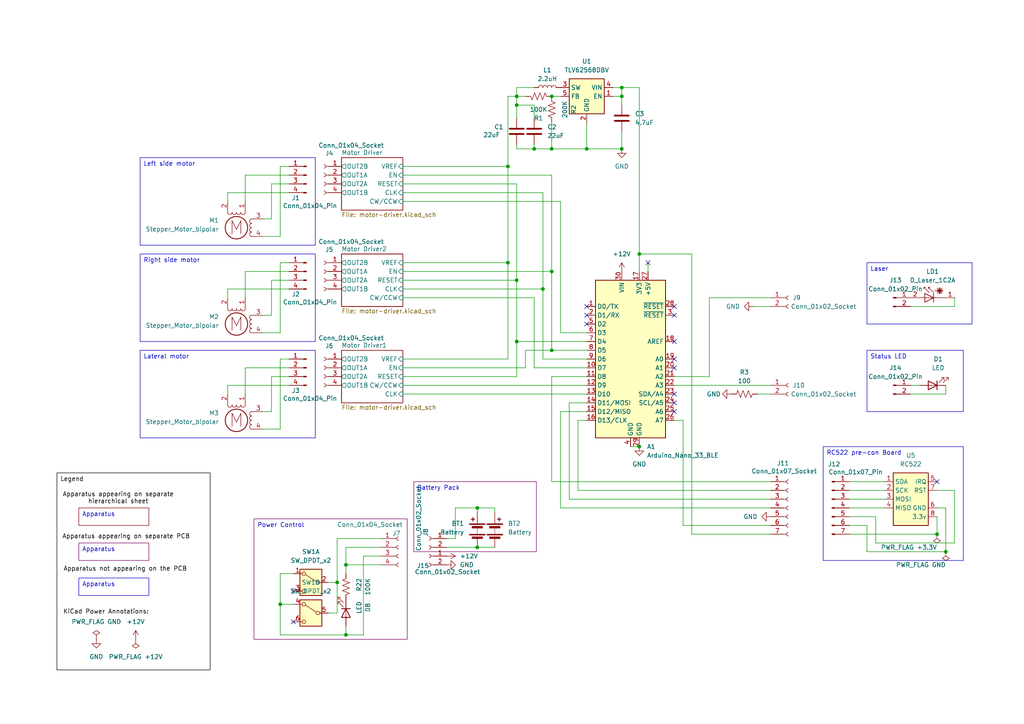
<source format=kicad_sch>
(kicad_sch (version 20231120) (generator "eeschema") (generator_version "8.0")
  (paper "A4")
  (title_block (title "Device Schematic") (date "2024-08-27") (rev "1") (company "Renegade Labs, INC") (comment 1 "San Diego, CA"))
  (lib_symbols
    (symbol "Connector:Conn_01x02_Pin" (pin_names (offset 1.016) hide)
      (property "Reference" "J" (at 0 2.54 0))
      (property "Value" "Conn_01x02_Pin" (at 0 -5.08 0))
      (symbol "Conn_01x02_Pin_1_1"
        (polyline (pts (xy 1.27 -2.54) (xy 0.8636 -2.54)) (stroke (width 0.1524)))
        (polyline (pts (xy 1.27 0) (xy 0.8636 0)) (stroke (width 0.1524)))
        (rectangle (start 0.8636 -2.413) (end 0 -2.667) (stroke (width 0.1524)) (fill (type outline)))
        (rectangle (start 0.8636 0.127) (end 0 -0.127) (stroke (width 0.1524)) (fill (type outline)))
        (pin passive line (at 5.08 0 180) (length 3.81) (name "Pin_1") (number "1"))
        (pin passive line (at 5.08 -2.54 180) (length 3.81) (name "Pin_2") (number "2"))
      )
    )
    (symbol "Connector:Conn_01x02_Socket" (pin_names (offset 1.016) hide)
      (property "Reference" "J" (at 0 2.54 0))
      (property "Value" "Conn_01x02_Socket" (at 0 -5.08 0))
      (symbol "Conn_01x02_Socket_1_1"
        (arc (start 0 -2.032) (mid -0.5058 -2.54) (end 0 -3.048) (stroke (width 0.1524)))
        (polyline (pts (xy -1.27 -2.54) (xy -0.508 -2.54)) (stroke (width 0.1524)))
        (polyline (pts (xy -1.27 0) (xy -0.508 0)) (stroke (width 0.1524)))
        (arc (start 0 0.508) (mid -0.5058 0) (end 0 -0.508) (stroke (width 0.1524)))
        (pin passive line (at -5.08 0 0) (length 3.81) (name "Pin_1") (number "1"))
        (pin passive line (at -5.08 -2.54 0) (length 3.81) (name "Pin_2") (number "2"))
      )
    )
    (symbol "Connector:Conn_01x04_Pin" (pin_names (offset 1.016) hide)
      (property "Reference" "J" (at 0 5.08 0))
      (property "Value" "Conn_01x04_Pin" (at 0 -7.62 0))
      (symbol "Conn_01x04_Pin_1_1"
        (polyline (pts (xy 1.27 -5.08) (xy 0.8636 -5.08)) (stroke (width 0.1524)))
        (polyline (pts (xy 1.27 -2.54) (xy 0.8636 -2.54)) (stroke (width 0.1524)))
        (polyline (pts (xy 1.27 0) (xy 0.8636 0)) (stroke (width 0.1524)))
        (polyline (pts (xy 1.27 2.54) (xy 0.8636 2.54)) (stroke (width 0.1524)))
        (rectangle (start 0.8636 -4.953) (end 0 -5.207) (stroke (width 0.1524)) (fill (type outline)))
        (rectangle (start 0.8636 -2.413) (end 0 -2.667) (stroke (width 0.1524)) (fill (type outline)))
        (rectangle (start 0.8636 0.127) (end 0 -0.127) (stroke (width 0.1524)) (fill (type outline)))
        (rectangle (start 0.8636 2.667) (end 0 2.413) (stroke (width 0.1524)) (fill (type outline)))
        (pin passive line (at 5.08 2.54 180) (length 3.81) (name "Pin_1") (number "1"))
        (pin passive line (at 5.08 0 180) (length 3.81) (name "Pin_2") (number "2"))
        (pin passive line (at 5.08 -2.54 180) (length 3.81) (name "Pin_3") (number "3"))
        (pin passive line (at 5.08 -5.08 180) (length 3.81) (name "Pin_4") (number "4"))
      )
    )
    (symbol "Connector:Conn_01x04_Socket" (pin_names (offset 1.016) hide)
      (property "Reference" "J" (at 0 5.08 0))
      (property "Value" "Conn_01x04_Socket" (at 0 -7.62 0))
      (symbol "Conn_01x04_Socket_1_1"
        (arc (start 0 -4.572) (mid -0.5058 -5.08) (end 0 -5.588) (stroke (width 0.1524)))
        (arc (start 0 -2.032) (mid -0.5058 -2.54) (end 0 -3.048) (stroke (width 0.1524)))
        (polyline (pts (xy -1.27 -5.08) (xy -0.508 -5.08)) (stroke (width 0.1524)))
        (polyline (pts (xy -1.27 -2.54) (xy -0.508 -2.54)) (stroke (width 0.1524)))
        (polyline (pts (xy -1.27 0) (xy -0.508 0)) (stroke (width 0.1524)))
        (polyline (pts (xy -1.27 2.54) (xy -0.508 2.54)) (stroke (width 0.1524)))
        (arc (start 0 0.508) (mid -0.5058 0) (end 0 -0.508) (stroke (width 0.1524)))
        (arc (start 0 3.048) (mid -0.5058 2.54) (end 0 2.032) (stroke (width 0.1524)))
        (pin passive line (at -5.08 2.54 0) (length 3.81) (name "Pin_1") (number "1"))
        (pin passive line (at -5.08 0 0) (length 3.81) (name "Pin_2") (number "2"))
        (pin passive line (at -5.08 -2.54 0) (length 3.81) (name "Pin_3") (number "3"))
        (pin passive line (at -5.08 -5.08 0) (length 3.81) (name "Pin_4") (number "4"))
      )
    )
    (symbol "Connector:Conn_01x07_Pin" (pin_names (offset 1.016) hide)
      (property "Reference" "J" (at 0 10.16 0))
      (property "Value" "Conn_01x07_Pin" (at 0 -10.16 0))
      (symbol "Conn_01x07_Pin_1_1"
        (polyline (pts (xy 1.27 -7.62) (xy 0.8636 -7.62)) (stroke (width 0.1524)))
        (polyline (pts (xy 1.27 -5.08) (xy 0.8636 -5.08)) (stroke (width 0.1524)))
        (polyline (pts (xy 1.27 -2.54) (xy 0.8636 -2.54)) (stroke (width 0.1524)))
        (polyline (pts (xy 1.27 0) (xy 0.8636 0)) (stroke (width 0.1524)))
        (polyline (pts (xy 1.27 2.54) (xy 0.8636 2.54)) (stroke (width 0.1524)))
        (polyline (pts (xy 1.27 5.08) (xy 0.8636 5.08)) (stroke (width 0.1524)))
        (polyline (pts (xy 1.27 7.62) (xy 0.8636 7.62)) (stroke (width 0.1524)))
        (rectangle (start 0.8636 -7.493) (end 0 -7.747) (stroke (width 0.1524)) (fill (type outline)))
        (rectangle (start 0.8636 -4.953) (end 0 -5.207) (stroke (width 0.1524)) (fill (type outline)))
        (rectangle (start 0.8636 -2.413) (end 0 -2.667) (stroke (width 0.1524)) (fill (type outline)))
        (rectangle (start 0.8636 0.127) (end 0 -0.127) (stroke (width 0.1524)) (fill (type outline)))
        (rectangle (start 0.8636 2.667) (end 0 2.413) (stroke (width 0.1524)) (fill (type outline)))
        (rectangle (start 0.8636 5.207) (end 0 4.953) (stroke (width 0.1524)) (fill (type outline)))
        (rectangle (start 0.8636 7.747) (end 0 7.493) (stroke (width 0.1524)) (fill (type outline)))
        (pin passive line (at 5.08 7.62 180) (length 3.81) (name "Pin_1") (number "1"))
        (pin passive line (at 5.08 5.08 180) (length 3.81) (name "Pin_2") (number "2"))
        (pin passive line (at 5.08 2.54 180) (length 3.81) (name "Pin_3") (number "3"))
        (pin passive line (at 5.08 0 180) (length 3.81) (name "Pin_4") (number "4"))
        (pin passive line (at 5.08 -2.54 180) (length 3.81) (name "Pin_5") (number "5"))
        (pin passive line (at 5.08 -5.08 180) (length 3.81) (name "Pin_6") (number "6"))
        (pin passive line (at 5.08 -7.62 180) (length 3.81) (name "Pin_7") (number "7"))
      )
    )
    (symbol "Connector:Conn_01x07_Socket" (pin_names (offset 1.016) hide)
      (property "Reference" "J" (at 0 10.16 0))
      (property "Value" "Conn_01x07_Socket" (at 0 -10.16 0))
      (symbol "Conn_01x07_Socket_1_1"
        (arc (start 0 -7.112) (mid -0.5058 -7.62) (end 0 -8.128) (stroke (width 0.1524)))
        (arc (start 0 -4.572) (mid -0.5058 -5.08) (end 0 -5.588) (stroke (width 0.1524)))
        (arc (start 0 -2.032) (mid -0.5058 -2.54) (end 0 -3.048) (stroke (width 0.1524)))
        (polyline (pts (xy -1.27 -7.62) (xy -0.508 -7.62)) (stroke (width 0.1524)))
        (polyline (pts (xy -1.27 -5.08) (xy -0.508 -5.08)) (stroke (width 0.1524)))
        (polyline (pts (xy -1.27 -2.54) (xy -0.508 -2.54)) (stroke (width 0.1524)))
        (polyline (pts (xy -1.27 0) (xy -0.508 0)) (stroke (width 0.1524)))
        (polyline (pts (xy -1.27 2.54) (xy -0.508 2.54)) (stroke (width 0.1524)))
        (polyline (pts (xy -1.27 5.08) (xy -0.508 5.08)) (stroke (width 0.1524)))
        (polyline (pts (xy -1.27 7.62) (xy -0.508 7.62)) (stroke (width 0.1524)))
        (arc (start 0 0.508) (mid -0.5058 0) (end 0 -0.508) (stroke (width 0.1524)))
        (arc (start 0 3.048) (mid -0.5058 2.54) (end 0 2.032) (stroke (width 0.1524)))
        (arc (start 0 5.588) (mid -0.5058 5.08) (end 0 4.572) (stroke (width 0.1524)))
        (arc (start 0 8.128) (mid -0.5058 7.62) (end 0 7.112) (stroke (width 0.1524)))
        (pin passive line (at -5.08 7.62 0) (length 3.81) (name "Pin_1") (number "1"))
        (pin passive line (at -5.08 5.08 0) (length 3.81) (name "Pin_2") (number "2"))
        (pin passive line (at -5.08 2.54 0) (length 3.81) (name "Pin_3") (number "3"))
        (pin passive line (at -5.08 0 0) (length 3.81) (name "Pin_4") (number "4"))
        (pin passive line (at -5.08 -2.54 0) (length 3.81) (name "Pin_5") (number "5"))
        (pin passive line (at -5.08 -5.08 0) (length 3.81) (name "Pin_6") (number "6"))
        (pin passive line (at -5.08 -7.62 0) (length 3.81) (name "Pin_7") (number "7"))
      )
    )
    (symbol "Device:Battery" (pin_numbers hide) (pin_names (offset 0) hide)
      (property "Reference" "BT" (at 2.54 2.54 0))
      (property "Value" "Battery" (at 2.54 0 0))
      (symbol "Battery_0_1"
        (rectangle (start -2.286 -1.27) (end 2.286 -1.524) (fill (type outline)))
        (rectangle (start -2.286 1.778) (end 2.286 1.524) (fill (type outline)))
        (rectangle (start -1.524 -2.032) (end 1.524 -2.54) (fill (type outline)))
        (rectangle (start -1.524 1.016) (end 1.524 0.508) (fill (type outline)))
        (polyline (pts (xy 0 -1.016) (xy 0 -0.762)))
        (polyline (pts (xy 0 -0.508) (xy 0 -0.254)))
        (polyline (pts (xy 0 0) (xy 0 0.254)))
        (polyline (pts (xy 0 1.778) (xy 0 2.54)))
        (polyline (pts (xy 0.762 3.048) (xy 1.778 3.048)) (stroke (width 0.254)))
        (polyline (pts (xy 1.27 3.556) (xy 1.27 2.54)) (stroke (width 0.254)))
      )
      (symbol "Battery_1_1"
        (pin passive line (at 0 5.08 270) (length 2.54) (name "+") (number "1"))
        (pin passive line (at 0 -5.08 90) (length 2.54) (name "-") (number "2"))
      )
    )
    (symbol "Device:C" (pin_numbers hide) (pin_names (offset 0.254))
      (property "Reference" "C" (at 0.635 2.54 0))
      (property "Value" "C" (at 0.635 -2.54 0))
      (symbol "C_0_1"
        (polyline (pts (xy -2.032 -0.762) (xy 2.032 -0.762)) (stroke (width 0.508)))
        (polyline (pts (xy -2.032 0.762) (xy 2.032 0.762)) (stroke (width 0.508)))
      )
      (symbol "C_1_1"
        (pin passive line (at 0 3.81 270) (length 2.794) (name "~") (number "1"))
        (pin passive line (at 0 -3.81 90) (length 2.794) (name "~") (number "2"))
      )
    )
    (symbol "Device:D_Laser_1C2A" (pin_names (offset 1.016) hide)
      (property "Reference" "LD" (at -1.27 4.445 0))
      (property "Value" "D_Laser_1C2A" (at -1.27 -2.54 0))
      (symbol "D_Laser_1C2A_0_1"
        (polyline (pts (xy -4.064 1.27) (xy -2.54 2.794)))
        (polyline (pts (xy -4.064 1.778) (xy -2.54 2.286)))
        (polyline (pts (xy -4.064 2.286) (xy -2.54 1.778)))
        (polyline (pts (xy -4.064 2.794) (xy -2.54 1.27)))
        (polyline (pts (xy -3.556 2.794) (xy -3.048 1.27)))
        (polyline (pts (xy -3.302 2.032) (xy -3.302 1.016)))
        (polyline (pts (xy -3.302 2.032) (xy -3.302 3.048)))
        (polyline (pts (xy -3.048 2.794) (xy -3.556 1.27)))
        (polyline (pts (xy -1.778 2.032) (xy -4.318 2.032)))
        (polyline (pts (xy -1.524 1.27) (xy -1.524 -1.27)) (stroke (width 0.2032)))
        (polyline (pts (xy 1.27 3.048) (xy 0.762 3.048)))
        (polyline (pts (xy 2.54 0) (xy -5.08 0)))
        (polyline (pts (xy -0.254 1.524) (xy 1.27 3.048) (xy 1.27 2.54)))
        (polyline (pts (xy 1.016 1.27) (xy 1.016 -1.27) (xy -1.524 0) (xy 1.016 1.27)) (stroke (width 0.2032)))
        (polyline (pts (xy -1.524 1.524) (xy 0 3.048) (xy 0 2.54) (xy 0 3.048) (xy -0.508 3.048)))
      )
      (symbol "D_Laser_1C2A_1_1"
        (pin passive line (at -7.62 0 0) (length 2.54) (name "K") (number "1"))
        (pin passive line (at 5.08 0 180) (length 2.54) (name "A") (number "2"))
      )
    )
    (symbol "Device:L" (pin_numbers hide) (pin_names (offset 1.016) hide)
      (property "Reference" "L" (at -1.27 0 90))
      (property "Value" "L" (at 1.905 0 90))
      (symbol "L_0_1"
        (arc (start 0 -2.54) (mid 0.6323 -1.905) (end 0 -1.27))
        (arc (start 0 -1.27) (mid 0.6323 -0.635) (end 0 0))
        (arc (start 0 0) (mid 0.6323 0.635) (end 0 1.27))
        (arc (start 0 1.27) (mid 0.6323 1.905) (end 0 2.54))
      )
      (symbol "L_1_1"
        (pin passive line (at 0 3.81 270) (length 1.27) (name "1") (number "1"))
        (pin passive line (at 0 -3.81 90) (length 1.27) (name "2") (number "2"))
      )
    )
    (symbol "Device:LED" (pin_numbers hide) (pin_names (offset 1.016) hide)
      (property "Reference" "D" (at 0 2.54 0))
      (property "Value" "LED" (at 0 -2.54 0))
      (symbol "LED_0_1"
        (polyline (pts (xy -1.27 -1.27) (xy -1.27 1.27)) (stroke (width 0.254)))
        (polyline (pts (xy -1.27 0) (xy 1.27 0)))
        (polyline (pts (xy 1.27 -1.27) (xy 1.27 1.27) (xy -1.27 0) (xy 1.27 -1.27)) (stroke (width 0.254)))
        (polyline (pts (xy -3.048 -0.762) (xy -4.572 -2.286) (xy -3.81 -2.286) (xy -4.572 -2.286) (xy -4.572 -1.524)))
        (polyline (pts (xy -1.778 -0.762) (xy -3.302 -2.286) (xy -2.54 -2.286) (xy -3.302 -2.286) (xy -3.302 -1.524)))
      )
      (symbol "LED_1_1"
        (pin passive line (at -3.81 0 0) (length 2.54) (name "K") (number "1"))
        (pin passive line (at 3.81 0 180) (length 2.54) (name "A") (number "2"))
      )
    )
    (symbol "Device:R_US" (pin_numbers hide) (pin_names (offset 0))
      (property "Reference" "R" (at 2.54 0 90))
      (property "Value" "R_US" (at -2.54 0 90))
      (symbol "R_US_0_1"
        (polyline (pts (xy 0 -2.286) (xy 0 -2.54)))
        (polyline (pts (xy 0 2.286) (xy 0 2.54)))
        (polyline (pts (xy 0 -0.762) (xy 1.016 -1.143) (xy 0 -1.524) (xy -1.016 -1.905) (xy 0 -2.286)))
        (polyline (pts (xy 0 0.762) (xy 1.016 0.381) (xy 0 0) (xy -1.016 -0.381) (xy 0 -0.762)))
        (polyline (pts (xy 0 2.286) (xy 1.016 1.905) (xy 0 1.524) (xy -1.016 1.143) (xy 0 0.762)))
      )
      (symbol "R_US_1_1"
        (pin passive line (at 0 3.81 270) (length 1.27) (name "~") (number "1"))
        (pin passive line (at 0 -3.81 90) (length 1.27) (name "~") (number "2"))
      )
    )
    (symbol "MCU_Module:Arduino_Nano_33_BLE"
      (property "Reference" "A" (at -10.16 23.495 0))
      (property "Value" "Arduino_Nano_33_BLE" (at 5.08 -24.13 0))
      (symbol "Arduino_Nano_33_BLE_0_1"
        (rectangle (start -10.16 22.86) (end 10.16 -22.86) (stroke (width 0.254)) (fill (type background)))
      )
      (symbol "Arduino_Nano_33_BLE_1_1"
        (pin bidirectional line (at -12.7 15.24 0) (length 2.54) (name "D0/TX") (number "1"))
        (pin bidirectional line (at -12.7 -2.54 0) (length 2.54) (name "D7") (number "10"))
        (pin bidirectional line (at -12.7 -5.08 0) (length 2.54) (name "D8") (number "11"))
        (pin bidirectional line (at -12.7 -7.62 0) (length 2.54) (name "D9") (number "12"))
        (pin bidirectional line (at -12.7 -10.16 0) (length 2.54) (name "D10") (number "13"))
        (pin bidirectional line (at -12.7 -12.7 0) (length 2.54) (name "D11/MOSI") (number "14"))
        (pin bidirectional line (at -12.7 -15.24 0) (length 2.54) (name "D12/MISO") (number "15"))
        (pin bidirectional line (at -12.7 -17.78 0) (length 2.54) (name "D13/CLK") (number "16"))
        (pin power_out line (at 2.54 25.4 270) (length 2.54) (name "3V3") (number "17"))
        (pin input line (at 12.7 5.08 180) (length 2.54) (name "AREF") (number "18"))
        (pin bidirectional line (at 12.7 0 180) (length 2.54) (name "A0") (number "19"))
        (pin bidirectional line (at -12.7 12.7 0) (length 2.54) (name "D1/RX") (number "2"))
        (pin bidirectional line (at 12.7 -2.54 180) (length 2.54) (name "A1") (number "20"))
        (pin bidirectional line (at 12.7 -5.08 180) (length 2.54) (name "A2") (number "21"))
        (pin bidirectional line (at 12.7 -7.62 180) (length 2.54) (name "A3") (number "22"))
        (pin bidirectional line (at 12.7 -10.16 180) (length 2.54) (name "SDA/A4") (number "23"))
        (pin bidirectional line (at 12.7 -12.7 180) (length 2.54) (name "SCL/A5") (number "24"))
        (pin bidirectional line (at 12.7 -15.24 180) (length 2.54) (name "A6") (number "25"))
        (pin bidirectional line (at 12.7 -17.78 180) (length 2.54) (name "A7") (number "26"))
        (pin power_out line (at 5.08 25.4 270) (length 2.54) (name "+5V") (number "27"))
        (pin input line (at 12.7 15.24 180) (length 2.54) (name "~{RESET}") (number "28"))
        (pin power_in line (at 2.54 -25.4 90) (length 2.54) (name "GND") (number "29"))
        (pin input line (at 12.7 12.7 180) (length 2.54) (name "~{RESET}") (number "3"))
        (pin power_in line (at -2.54 25.4 270) (length 2.54) (name "VIN") (number "30"))
        (pin power_in line (at 0 -25.4 90) (length 2.54) (name "GND") (number "4"))
        (pin bidirectional line (at -12.7 10.16 0) (length 2.54) (name "D2") (number "5"))
        (pin bidirectional line (at -12.7 7.62 0) (length 2.54) (name "D3") (number "6"))
        (pin bidirectional line (at -12.7 5.08 0) (length 2.54) (name "D4") (number "7"))
        (pin bidirectional line (at -12.7 2.54 0) (length 2.54) (name "D5") (number "8"))
        (pin bidirectional line (at -12.7 0 0) (length 2.54) (name "D6") (number "9"))
      )
    )
    (symbol "Motor:Stepper_Motor_bipolar" (pin_names (offset 0) hide)
      (property "Reference" "M" (at 3.81 2.54 0))
      (property "Value" "Stepper_Motor_bipolar" (at 3.81 1.27 0))
      (symbol "Stepper_Motor_bipolar_0_0"
        (polyline (pts (xy -1.27 -1.778) (xy -1.27 2.032) (xy 0 -0.508) (xy 1.27 2.032) (xy 1.27 -1.778)))
      )
      (symbol "Stepper_Motor_bipolar_0_1"
        (arc (start -4.445 -2.54) (mid -3.8127 -1.905) (end -4.445 -1.27))
        (arc (start -4.445 -1.27) (mid -3.8127 -0.635) (end -4.445 0))
        (arc (start -4.445 0) (mid -3.8127 0.635) (end -4.445 1.27))
        (arc (start -4.445 1.27) (mid -3.8127 1.905) (end -4.445 2.54))
        (arc (start -2.54 4.445) (mid -1.905 3.8127) (end -1.27 4.445))
        (arc (start -1.27 4.445) (mid -0.635 3.8127) (end 0 4.445))
        (polyline (pts (xy -5.08 -2.54) (xy -4.445 -2.54)))
        (polyline (pts (xy -5.08 2.54) (xy -4.445 2.54)))
        (polyline (pts (xy -2.54 5.08) (xy -2.54 4.445)))
        (polyline (pts (xy 2.54 5.08) (xy 2.54 4.445)))
        (circle (center 0 0) (radius 3.2512) (stroke (width 0.254)))
        (arc (start 0 4.445) (mid 0.635 3.8127) (end 1.27 4.445))
        (arc (start 1.27 4.445) (mid 1.905 3.8127) (end 2.54 4.445))
      )
      (symbol "Stepper_Motor_bipolar_1_1"
        (pin passive line (at -2.54 7.62 270) (length 2.54) (name "~") (number "1"))
        (pin passive line (at 2.54 7.62 270) (length 2.54) (name "-") (number "2"))
        (pin passive line (at -7.62 2.54 0) (length 2.54) (name "~") (number "3"))
        (pin passive line (at -7.62 -2.54 0) (length 2.54) (name "~") (number "4"))
      )
    )
    (symbol "RF_RFID:RC522"
      (property "Reference" "U" (at -5.08 8.89 0))
      (property "Value" "RC522" (at 0 8.89 0))
      (symbol "RC522_0_1"
        (rectangle (start -5.08 7.62) (end 5.08 -7.62) (stroke (width 0.254)) (fill (type background)))
      )
      (symbol "RC522_1_1"
        (pin input line (at -7.62 5.08 0) (length 2.54) (name "SDA") (number "1"))
        (pin input line (at -7.62 2.54 0) (length 2.54) (name "SCK") (number "2"))
        (pin input line (at -7.62 0 0) (length 2.54) (name "MOSI") (number "3"))
        (pin output line (at -7.62 -2.54 0) (length 2.54) (name "MISO") (number "4"))
        (pin output line (at 7.62 5.08 180) (length 2.54) (name "IRQ") (number "5"))
        (pin power_in line (at 7.62 -2.54 180) (length 2.54) (name "GND") (number "6"))
        (pin input line (at 7.62 2.54 180) (length 2.54) (name "RST") (number "7"))
        (pin power_in line (at 7.62 -5.08 180) (length 2.54) (name "3.3v") (number "8"))
      )
    )
    (symbol "Regulator_Switching:TLV62568DBV"
      (property "Reference" "U" (at -5.08 6.35 0))
      (property "Value" "TLV62568DBV" (at 0 6.35 0))
      (symbol "TLV62568DBV_0_1"
        (rectangle (start -5.08 5.08) (end 5.08 -5.08) (stroke (width 0.254)) (fill (type background)))
      )
      (symbol "TLV62568DBV_1_1"
        (pin input line (at -7.62 0 0) (length 2.54) (name "EN") (number "1"))
        (pin power_in line (at 0 -7.62 90) (length 2.54) (name "GND") (number "2"))
        (pin power_out line (at 7.62 2.54 180) (length 2.54) (name "SW") (number "3"))
        (pin power_in line (at -7.62 2.54 0) (length 2.54) (name "VIN") (number "4"))
        (pin input line (at 7.62 0 180) (length 2.54) (name "FB") (number "5"))
      )
    )
    (symbol "Switch:SW_DPDT_x2" (pin_names (offset 0) hide)
      (property "Reference" "SW" (at 0 5.08 0))
      (property "Value" "SW_DPDT_x2" (at 0 -5.08 0))
      (symbol "SW_DPDT_x2_0_0"
        (circle (center -2.032 0) (radius 0.508))
        (circle (center 2.032 -2.54) (radius 0.508))
      )
      (symbol "SW_DPDT_x2_0_1"
        (rectangle (start -3.175 3.81) (end 3.175 -3.81) (stroke (width 0.254)) (fill (type background)))
        (polyline (pts (xy -1.524 0.254) (xy 1.5748 2.286)))
        (circle (center 2.032 2.54) (radius 0.508))
      )
      (symbol "SW_DPDT_x2_1_1"
        (pin passive line (at 5.08 2.54 180) (length 2.54) (name "A") (number "1"))
        (pin passive line (at -5.08 0 0) (length 2.54) (name "B") (number "2"))
        (pin passive line (at 5.08 -2.54 180) (length 2.54) (name "C") (number "3"))
      )
      (symbol "SW_DPDT_x2_2_1"
        (pin passive line (at 5.08 2.54 180) (length 2.54) (name "A") (number "4"))
        (pin passive line (at -5.08 0 0) (length 2.54) (name "B") (number "5"))
        (pin passive line (at 5.08 -2.54 180) (length 2.54) (name "C") (number "6"))
      )
    )
    (symbol "power:+12V" (power) (pin_numbers hide) (pin_names (offset 0) hide)
      (property "Value" "+12V" (at 0 3.556 0))
      (symbol "+12V_0_1"
        (polyline (pts (xy -0.762 1.27) (xy 0 2.54)))
        (polyline (pts (xy 0 0) (xy 0 2.54)))
        (polyline (pts (xy 0 2.54) (xy 0.762 1.27)))
      )
      (symbol "+12V_1_1"
        (pin power_in line (at 0 0 90) (length 0) (name "~") (number "1"))
      )
    )
    (symbol "power:GND" (power) (pin_numbers hide) (pin_names (offset 0) hide)
      (property "Value" "GND" (at 0 -3.81 0))
      (symbol "GND_0_1"
        (polyline (pts (xy 0 0) (xy 0 -1.27) (xy 1.27 -1.27) (xy 0 -2.54) (xy -1.27 -1.27) (xy 0 -1.27)))
      )
      (symbol "GND_1_1"
        (pin power_in line (at 0 0 270) (length 0) (name "~") (number "1"))
      )
    )
    (symbol "power:PWR_FLAG" (power) (pin_numbers hide) (pin_names (offset 0) hide)
      (property "Value" "PWR_FLAG" (at 0 3.81 0))
      (symbol "PWR_FLAG_0_0"
        (pin power_out line (at 0 0 90) (length 0) (name "~") (number "1"))
      )
      (symbol "PWR_FLAG_0_1"
        (polyline (pts (xy 0 0) (xy 0 1.27) (xy -1.016 1.905) (xy 0 2.54) (xy 1.016 1.905) (xy 0 1.27)))
      )
    )
  )
  (bus_alias "Power12vControl" (members "+12IN" "+12OUT"))
  (bus_alias "Power3.3v" (members "+3.3v" "GND"))
  (junction (at 160.02 27.94))
  (junction (at 274.32 160.02))
  (junction (at 180.34 27.94))
  (junction (at 138.43 158.75))
  (junction (at 271.78 154.94))
  (junction (at 100.33 163.83))
  (junction (at 149.86 30.48))
  (junction (at 185.42 129.54))
  (junction (at 138.43 147.32))
  (junction (at 180.34 25.4))
  (junction (at 160.02 101.6))
  (junction (at 147.32 48.26))
  (junction (at 157.48 83.82))
  (junction (at 185.42 73.66))
  (junction (at 147.32 76.2))
  (junction (at 160.02 78.74))
  (junction (at 149.86 27.94))
  (junction (at 149.86 81.28))
  (junction (at 100.33 184.15))
  (junction (at 81.28 175.26))
  (junction (at 97.79 168.91))
  (junction (at 170.18 43.18))
  (junction (at 149.86 99.06))
  (junction (at 180.34 43.18))
  (junction (at 160.02 43.18))
  (junction (at 154.94 43.18))
  (no_connect (at 170.18 91.44))
  (no_connect (at 187.96 76.2))
  (no_connect (at 85.09 171.45))
  (no_connect (at 195.58 104.14))
  (no_connect (at 195.58 106.68))
  (no_connect (at 170.18 93.98))
  (no_connect (at 195.58 99.06))
  (no_connect (at 195.58 91.44))
  (no_connect (at 85.09 180.34))
  (no_connect (at 271.78 139.7))
  (no_connect (at 195.58 114.3))
  (no_connect (at 195.58 119.38))
  (no_connect (at 170.18 88.9))
  (no_connect (at 195.58 88.9))
  (no_connect (at 195.58 116.84))
  (wire (pts (xy 157.48 104.14) (xy 170.18 104.14)))
  (wire (pts (xy 195.58 111.76) (xy 223.52 111.76)))
  (wire (pts (xy 71.12 78.74) (xy 71.12 86.36)))
  (wire (pts (xy 271.78 142.24) (xy 276.86 142.24)))
  (wire (pts (xy 138.43 148.59) (xy 138.43 147.32)))
  (wire (pts (xy 83.82 48.26) (xy 81.28 48.26)))
  (wire (pts (xy 154.94 106.68) (xy 170.18 106.68)))
  (wire (pts (xy 162.56 96.52) (xy 162.56 58.42)))
  (wire (pts (xy 165.1 144.78) (xy 165.1 116.84)))
  (wire (pts (xy 116.84 50.8) (xy 160.02 50.8)))
  (wire (pts (xy 100.33 184.15) (xy 100.33 181.61)))
  (wire (pts (xy 167.64 121.92) (xy 170.18 121.92)))
  (wire (pts (xy 81.28 96.52) (xy 76.2 96.52)))
  (wire (pts (xy 78.74 91.44) (xy 76.2 91.44)))
  (wire (pts (xy 254 157.48) (xy 276.86 157.48)))
  (wire (pts (xy 116.84 53.34) (xy 149.86 53.34)))
  (wire (pts (xy 129.54 158.75) (xy 138.43 158.75)))
  (wire (pts (xy 105.41 161.29) (xy 105.41 184.15)))
  (wire (pts (xy 160.02 43.18) (xy 170.18 43.18)))
  (wire (pts (xy 116.84 114.3) (xy 170.18 114.3)))
  (wire (pts (xy 81.28 166.37) (xy 85.09 166.37)))
  (wire (pts (xy 246.38 149.86) (xy 254 149.86)))
  (wire (pts (xy 200.66 154.94) (xy 223.52 154.94)))
  (wire (pts (xy 147.32 27.94) (xy 147.32 48.26)))
  (wire (pts (xy 223.52 139.7) (xy 160.02 139.7)))
  (wire (pts (xy 81.28 175.26) (xy 85.09 175.26)))
  (wire (pts (xy 271.78 154.94) (xy 271.78 149.86)))
  (wire (pts (xy 170.18 35.56) (xy 170.18 43.18)))
  (wire (pts (xy 81.28 48.26) (xy 81.28 68.58)))
  (wire (pts (xy 246.38 139.7) (xy 256.54 139.7)))
  (wire (pts (xy 116.84 106.68) (xy 152.4 106.68)))
  (wire (pts (xy 149.86 53.34) (xy 149.86 81.28)))
  (wire (pts (xy 165.1 144.78) (xy 223.52 144.78)))
  (wire (pts (xy 167.64 121.92) (xy 167.64 142.24)))
  (wire (pts (xy 83.82 53.34) (xy 78.74 53.34)))
  (wire (pts (xy 83.82 76.2) (xy 81.28 76.2)))
  (wire (pts (xy 160.02 101.6) (xy 170.18 101.6)))
  (wire (pts (xy 177.8 27.94) (xy 180.34 27.94)))
  (wire (pts (xy 149.86 81.28) (xy 149.86 99.06)))
  (wire (pts (xy 264.16 88.9) (xy 276.86 88.9)))
  (wire (pts (xy 116.84 109.22) (xy 149.86 109.22)))
  (wire (pts (xy 223.52 152.4) (xy 198.12 152.4)))
  (wire (pts (xy 105.41 184.15) (xy 100.33 184.15)))
  (wire (pts (xy 246.38 147.32) (xy 256.54 147.32)))
  (wire (pts (xy 143.51 148.59) (xy 143.51 147.32)))
  (wire (pts (xy 147.32 76.2) (xy 147.32 104.14)))
  (wire (pts (xy 205.74 86.36) (xy 205.74 109.22)))
  (wire (pts (xy 129.54 156.21) (xy 132.08 156.21)))
  (wire (pts (xy 274.32 160.02) (xy 251.46 160.02)))
  (wire (pts (xy 116.84 76.2) (xy 147.32 76.2)))
  (wire (pts (xy 154.94 30.48) (xy 149.86 30.48)))
  (wire (pts (xy 149.86 99.06) (xy 170.18 99.06)))
  (wire (pts (xy 271.78 147.32) (xy 274.32 147.32)))
  (wire (pts (xy 81.28 104.14) (xy 81.28 124.46)))
  (wire (pts (xy 198.12 121.92) (xy 195.58 121.92)))
  (wire (pts (xy 97.79 177.8) (xy 97.79 168.91)))
  (wire (pts (xy 162.56 119.38) (xy 162.56 147.32)))
  (wire (pts (xy 138.43 147.32) (xy 143.51 147.32)))
  (wire (pts (xy 185.42 25.4) (xy 185.42 73.66)))
  (wire (pts (xy 160.02 35.56) (xy 160.02 43.18)))
  (wire (pts (xy 149.86 27.94) (xy 149.86 30.48)))
  (wire (pts (xy 147.32 104.14) (xy 116.84 104.14)))
  (wire (pts (xy 116.84 111.76) (xy 170.18 111.76)))
  (wire (pts (xy 78.74 53.34) (xy 78.74 63.5)))
  (wire (pts (xy 198.12 121.92) (xy 198.12 152.4)))
  (wire (pts (xy 100.33 158.75) (xy 110.49 158.75)))
  (wire (pts (xy 157.48 55.88) (xy 157.48 83.82)))
  (wire (pts (xy 78.74 119.38) (xy 76.2 119.38)))
  (wire (pts (xy 81.28 68.58) (xy 76.2 68.58)))
  (wire (pts (xy 162.56 58.42) (xy 116.84 58.42)))
  (wire (pts (xy 66.04 111.76) (xy 66.04 114.3)))
  (wire (pts (xy 182.88 129.54) (xy 185.42 129.54)))
  (wire (pts (xy 116.84 48.26) (xy 147.32 48.26)))
  (wire (pts (xy 246.38 144.78) (xy 256.54 144.78)))
  (wire (pts (xy 264.16 111.76) (xy 266.7 111.76)))
  (wire (pts (xy 157.48 83.82) (xy 157.48 104.14)))
  (wire (pts (xy 83.82 81.28) (xy 78.74 81.28)))
  (wire (pts (xy 149.86 99.06) (xy 149.86 109.22)))
  (wire (pts (xy 149.86 25.4) (xy 149.86 27.94)))
  (wire (pts (xy 218.44 88.9) (xy 223.52 88.9)))
  (wire (pts (xy 251.46 152.4) (xy 251.46 160.02)))
  (wire (pts (xy 180.34 25.4) (xy 185.42 25.4)))
  (wire (pts (xy 162.56 147.32) (xy 223.52 147.32)))
  (wire (pts (xy 152.4 101.6) (xy 152.4 106.68)))
  (wire (pts (xy 110.49 161.29) (xy 105.41 161.29)))
  (wire (pts (xy 219.71 114.3) (xy 223.52 114.3)))
  (wire (pts (xy 187.96 76.2) (xy 187.96 78.74)))
  (wire (pts (xy 149.86 43.18) (xy 154.94 43.18)))
  (wire (pts (xy 154.94 41.91) (xy 154.94 43.18)))
  (wire (pts (xy 66.04 83.82) (xy 66.04 86.36)))
  (wire (pts (xy 274.32 160.02) (xy 274.32 147.32)))
  (wire (pts (xy 246.38 152.4) (xy 251.46 152.4)))
  (wire (pts (xy 78.74 109.22) (xy 78.74 119.38)))
  (wire (pts (xy 132.08 156.21) (xy 132.08 147.32)))
  (wire (pts (xy 83.82 109.22) (xy 78.74 109.22)))
  (wire (pts (xy 83.82 106.68) (xy 71.12 106.68)))
  (wire (pts (xy 246.38 142.24) (xy 256.54 142.24)))
  (wire (pts (xy 97.79 156.21) (xy 97.79 168.91)))
  (wire (pts (xy 149.86 25.4) (xy 154.94 25.4)))
  (wire (pts (xy 132.08 147.32) (xy 138.43 147.32)))
  (wire (pts (xy 180.34 43.18) (xy 180.34 38.1)))
  (wire (pts (xy 78.74 63.5) (xy 76.2 63.5)))
  (wire (pts (xy 116.84 55.88) (xy 157.48 55.88)))
  (wire (pts (xy 100.33 166.37) (xy 100.33 163.83)))
  (wire (pts (xy 185.42 73.66) (xy 185.42 78.74)))
  (wire (pts (xy 165.1 116.84) (xy 170.18 116.84)))
  (wire (pts (xy 180.34 25.4) (xy 180.34 27.94)))
  (wire (pts (xy 246.38 154.94) (xy 271.78 154.94)))
  (wire (pts (xy 160.02 109.22) (xy 170.18 109.22)))
  (wire (pts (xy 200.66 73.66) (xy 200.66 154.94)))
  (wire (pts (xy 205.74 109.22) (xy 195.58 109.22)))
  (wire (pts (xy 100.33 163.83) (xy 100.33 158.75)))
  (wire (pts (xy 97.79 168.91) (xy 95.25 168.91)))
  (wire (pts (xy 66.04 55.88) (xy 66.04 58.42)))
  (wire (pts (xy 167.64 142.24) (xy 223.52 142.24)))
  (wire (pts (xy 200.66 73.66) (xy 185.42 73.66)))
  (wire (pts (xy 160.02 27.94) (xy 162.56 27.94)))
  (wire (pts (xy 180.34 27.94) (xy 180.34 30.48)))
  (wire (pts (xy 81.28 184.15) (xy 100.33 184.15)))
  (wire (pts (xy 160.02 78.74) (xy 160.02 101.6)))
  (wire (pts (xy 83.82 55.88) (xy 66.04 55.88)))
  (wire (pts (xy 160.02 50.8) (xy 160.02 78.74)))
  (wire (pts (xy 177.8 25.4) (xy 180.34 25.4)))
  (wire (pts (xy 97.79 156.21) (xy 110.49 156.21)))
  (wire (pts (xy 71.12 50.8) (xy 71.12 58.42)))
  (wire (pts (xy 81.28 124.46) (xy 76.2 124.46)))
  (wire (pts (xy 138.43 158.75) (xy 143.51 158.75)))
  (wire (pts (xy 170.18 43.18) (xy 180.34 43.18)))
  (wire (pts (xy 116.84 83.82) (xy 157.48 83.82)))
  (wire (pts (xy 154.94 43.18) (xy 160.02 43.18)))
  (wire (pts (xy 147.32 27.94) (xy 149.86 27.94)))
  (wire (pts (xy 81.28 166.37) (xy 81.28 175.26)))
  (wire (pts (xy 170.18 96.52) (xy 162.56 96.52)))
  (wire (pts (xy 81.28 175.26) (xy 81.28 184.15)))
  (wire (pts (xy 149.86 27.94) (xy 152.4 27.94)))
  (wire (pts (xy 147.32 48.26) (xy 147.32 76.2)))
  (wire (pts (xy 83.82 50.8) (xy 71.12 50.8)))
  (wire (pts (xy 274.32 114.3) (xy 274.32 111.76)))
  (wire (pts (xy 152.4 101.6) (xy 160.02 101.6)))
  (wire (pts (xy 276.86 157.48) (xy 276.86 142.24)))
  (wire (pts (xy 116.84 81.28) (xy 149.86 81.28)))
  (wire (pts (xy 162.56 119.38) (xy 170.18 119.38)))
  (wire (pts (xy 83.82 78.74) (xy 71.12 78.74)))
  (wire (pts (xy 154.94 34.29) (xy 154.94 30.48)))
  (wire (pts (xy 95.25 177.8) (xy 97.79 177.8)))
  (wire (pts (xy 276.86 88.9) (xy 276.86 86.36)))
  (wire (pts (xy 149.86 34.29) (xy 149.86 30.48)))
  (wire (pts (xy 154.94 86.36) (xy 154.94 106.68)))
  (wire (pts (xy 254 149.86) (xy 254 157.48)))
  (wire (pts (xy 160.02 109.22) (xy 160.02 139.7)))
  (wire (pts (xy 78.74 81.28) (xy 78.74 91.44)))
  (wire (pts (xy 81.28 76.2) (xy 81.28 96.52)))
  (wire (pts (xy 83.82 83.82) (xy 66.04 83.82)))
  (wire (pts (xy 71.12 106.68) (xy 71.12 114.3)))
  (wire (pts (xy 116.84 86.36) (xy 154.94 86.36)))
  (wire (pts (xy 149.86 43.18) (xy 149.86 41.91)))
  (wire (pts (xy 264.16 114.3) (xy 274.32 114.3)))
  (wire (pts (xy 83.82 104.14) (xy 81.28 104.14)))
  (wire (pts (xy 116.84 78.74) (xy 160.02 78.74)))
  (wire (pts (xy 110.49 163.83) (xy 100.33 163.83)))
  (wire (pts (xy 205.74 86.36) (xy 223.52 86.36)))
  (wire (pts (xy 83.82 111.76) (xy 66.04 111.76)))
  (text_box "RC522 pre-con Board" (at 238.76 129.54 0) (size 40.64 33.02) (effects (font (size 1.27 1.27)) (justify left top)))
  (text_box "Apparatus" (at 22.86 157.48 0) (size 20.32 5.08) (stroke (width 0) (color 121 0 96 1)) (effects (font (size 1.27 1.27)) (justify left top)))
  (text_box "Left side motor" (at 40.64 45.72 0) (size 50.8 25.4) (effects (font (size 1.27 1.27)) (justify left top)))
  (text_box "Laser" (at 251.46 76.2 0) (size 30.48 17.78) (effects (font (size 1.27 1.27)) (justify left top)))
  (text_box "Status LED" (at 251.46 101.6 0) (size 27.94 17.78) (effects (font (size 1.27 1.27)) (justify left top)))
  (text_box "Right side motor" (at 40.64 73.66 0) (size 50.8 25.4) (effects (font (size 1.27 1.27)) (justify left top)))
  (text_box "Legend" (at 16.51 137.16 0) (size 44.45 57.15) (stroke (width 0) (color 0 0 0 1)) (effects (font (size 1.27 1.27)) (justify left top)))
  (text_box "Battery Pack" (at 120.015 139.7 0) (size 35.56 20.32) (stroke (width 0) (color 121 0 96 1)) (effects (font (size 1.27 1.27)) (justify left top)))
  (text_box "Apparatus" (at 22.86 147.32 0) (size 20.32 5.08) (stroke (width 0) (color 132 0 0 1)) (effects (font (size 1.27 1.27)) (justify left top)))
  (text_box "Apparatus" (at 22.86 167.64 0) (size 20.32 5.08) (effects (font (size 1.27 1.27)) (justify left top)))
  (text_box "Power Control" (at 73.66 150.495 0) (size 44.45 34.925) (stroke (width 0) (color 121 0 96 1)) (effects (font (size 1.27 1.27)) (justify left top)))
  (text_box "Lateral motor" (at 40.64 101.6 0) (size 50.8 25.4) (effects (font (size 1.27 1.27)) (justify left top)))
  (text "KiCad Power Annotations:" (at 30.734 177.546 0) (effects (font (size 1.27 1.27))))
  (text "Apparatus not appearing on the PCB" (at 36.322 165.1 0) (effects (font (size 1.27 1.27))))
  (text "Apparatus appearing on separate\nhierarchical sheet" (at 34.29 144.526 0) (effects (font (size 1.27 1.27))))
  (text "Apparatus appearing on separate PCB" (at 36.576 155.702 0) (effects (font (size 1.27 1.27))))
  (symbol (lib_id "power:GND") (at 27.94 185.42 0) (unit 1)
    (property "Reference" "#PWR01" (effects (hide yes)))
    (property "Value" "GND" (at 27.94 190.5 0))
    (property "Description" "Power symbol creates a global label with name \"GND\" , ground" (effects (hide yes)))
  )
  (symbol (lib_id "RF_RFID:RC522") (at 264.16 144.78 0) (unit 1) (on_board no)
    (property "Reference" "U5" (at 264.16 132.08 0))
    (property "Value" "RC522" (at 264.16 134.62 0))
    (property "Footprint" "Connector_Molex:Molex_Pico-Clasp_202396-0807_1x08-1MP_P1.00mm_Horizontal" (effects (hide yes)))
  )
  (symbol (lib_id "Connector:Conn_01x02_Socket") (at 228.6 86.36 0) (unit 1)
    (property "Reference" "J9" (at 229.87 86.3599 0) (effects (justify left)))
    (property "Value" "Conn_01x02_Socket" (at 229.362 88.9 0) (effects (justify left)))
    (property "Footprint" "Connector_Molex:Molex_PicoBlade_53261-0271_1x02-1MP_P1.25mm_Horizontal" (effects (hide yes)))
    (property "Description" "Generic connector, single row, 01x02, script generated" (effects (hide yes)))
  )
  (symbol (lib_id "Device:Battery") (at 143.51 153.67 0) (unit 1)
    (property "Reference" "BT2" (at 147.32 151.8284 0) (effects (justify left)))
    (property "Value" "Battery" (at 147.32 154.3684 0) (effects (justify left)))
    (property "Footprint" "PersonalLibraries:Battery_clip-MPD_BHA23APC" (effects (hide yes)))
    (property "Description" "Multiple-cell battery" (effects (hide yes)))
  )
  (symbol (lib_id "Device:C") (at 154.94 38.1 180) (unit 1)
    (property "Reference" "C2" (at 158.75 36.8299 0) (effects (justify right)))
    (property "Value" "22uF" (at 158.75 39.3699 0) (effects (justify right)))
    (property "Footprint" "Capacitor_SMD:C_1206_3216Metric" (effects (hide yes)))
    (property "Description" "Unpolarized capacitor" (effects (hide yes)))
  )
  (symbol (lib_id "Connector:Conn_01x04_Socket") (at 93.98 50.8 0) (mirror y) (unit 1)
    (property "Reference" "J4" (at 95.504 44.45 0))
    (property "Value" "Conn_01x04_Socket" (at 101.854 42.164 0))
    (property "Footprint" "Connector_Molex:Molex_PicoBlade_53261-0471_1x04-1MP_P1.25mm_Horizontal" (effects (hide yes)))
    (property "Description" "Generic connector, single row, 01x04, script generated" (effects (hide yes)))
  )
  (symbol (lib_id "Device:C") (at 180.34 34.29 0) (unit 1)
    (property "Reference" "C3" (at 184.15 33.0199 0) (effects (justify left)))
    (property "Value" "4.7uF" (at 184.15 35.5599 0) (effects (justify left)))
    (property "Footprint" "Capacitor_SMD:C_0603_1608Metric" (effects (hide yes)))
    (property "Description" "Unpolarized capacitor" (effects (hide yes)))
  )
  (symbol (lib_id "power:+12V") (at 180.34 78.74 0) (unit 1)
    (property "Reference" "#PWR030" (effects (hide yes)))
    (property "Value" "+12V" (at 180.34 73.66 0))
    (property "Description" "Power symbol creates a global label with name \"+12V\"" (effects (hide yes)))
  )
  (symbol (lib_id "Connector:Conn_01x04_Pin") (at 88.9 50.8 0) (mirror y) (unit 1) (on_board no)
    (property "Reference" "J1" (at 84.582 57.404 0) (effects (justify right)))
    (property "Value" "Conn_01x04_Pin" (at 82.042 59.69 0) (effects (justify right)))
    (property "Description" "Generic connector, single row, 01x04, script generated" (effects (hide yes)))
  )
  (symbol (lib_id "Connector:Conn_01x04_Socket") (at 115.57 158.75 0) (unit 1)
    (property "Reference" "J7" (at 113.792 154.686 0) (effects (justify left)))
    (property "Value" "Conn_01x04_Socket" (at 97.79 152.146 0) (effects (justify left)))
    (property "Footprint" "Connector_Molex:Molex_PicoBlade_53261-0471_1x04-1MP_P1.25mm_Horizontal" (effects (hide yes)))
    (property "Description" "Generic connector, single row, 01x04, script generated" (effects (hide yes)))
  )
  (symbol (lib_id "Regulator_Switching:TLV62568DBV") (at 170.18 27.94 0) (mirror y) (unit 1)
    (property "Reference" "U1" (at 170.18 17.78 0))
    (property "Value" "TLV62568DBV" (at 170.18 20.32 0))
    (property "Footprint" "Package_TO_SOT_SMD:SOT-23-5" (effects (hide yes)))
    (property "Datasheet" "http://www.ti.com/lit/ds/symlink/tlv62568.pdf" (effects (hide yes)))
    (property "Description" "High Efficiency Synchronous Buck Converter, Adjustable Output 0.6V-5.5V, 1A, SOT-23-5" (effects (hide yes)))
  )
  (symbol (lib_id "Motor:Stepper_Motor_bipolar") (at 68.58 66.04 0) (mirror y) (unit 1) (on_board no)
    (property "Reference" "M1" (at 63.5 63.919 0) (effects (justify left)))
    (property "Value" "Stepper_Motor_bipolar" (at 63.5 66.459 0) (effects (justify left)))
    (property "Footprint" "Connector_Molex:Molex_Pico-Clasp_501331-0407_1x04-1MP_P1.00mm_Vertical" (effects (hide yes)))
    (property "Datasheet" "http://www.infineon.com/dgdl/Application-Note-TLE8110EE_driving_UniPolarStepperMotor_V1.1.pdf?fileId=db3a30431be39b97011be5d0aa0a00b0" (effects (hide yes)))
    (property "Description" "4-wire bipolar stepper motor" (effects (hide yes)))
  )
  (symbol (lib_id "Connector:Conn_01x02_Socket") (at 124.46 161.29 0) (mirror y) (unit 1)
    (property "Reference" "J15" (at 122.682 164.084 0))
    (property "Value" "Conn_01x02_Socket" (at 129.794 165.862 0))
    (property "Footprint" "Connector_Molex:Molex_PicoBlade_53261-0271_1x02-1MP_P1.25mm_Horizontal" (effects (hide yes)))
    (property "Description" "Generic connector, single row, 01x02, script generated" (effects (hide yes)))
  )
  (symbol (lib_id "power:GND") (at 212.09 114.3 270) (unit 1)
    (property "Reference" "#PWR026" (effects (hide yes)))
    (property "Value" "GND" (at 207.01 114.3 90))
    (property "Description" "Power symbol creates a global label with name \"GND\" , ground" (effects (hide yes)))
  )
  (symbol (lib_id "Motor:Stepper_Motor_bipolar") (at 68.58 121.92 0) (mirror y) (unit 1) (on_board no)
    (property "Reference" "M3" (at 63.5 119.799 0) (effects (justify left)))
    (property "Value" "Stepper_Motor_bipolar" (at 63.5 122.339 0) (effects (justify left)))
    (property "Footprint" "Connector_Molex:Molex_Pico-Clasp_501331-0407_1x04-1MP_P1.00mm_Vertical" (effects (hide yes)))
    (property "Datasheet" "http://www.infineon.com/dgdl/Application-Note-TLE8110EE_driving_UniPolarStepperMotor_V1.1.pdf?fileId=db3a30431be39b97011be5d0aa0a00b0" (effects (hide yes)))
    (property "Description" "4-wire bipolar stepper motor" (effects (hide yes)))
  )
  (symbol (lib_id "Connector:Conn_01x07_Pin") (at 241.3 147.32 0) (unit 1) (on_board no)
    (property "Reference" "J12" (at 241.935 134.62 0))
    (property "Value" "Conn_01x07_Pin" (at 248.158 136.906 0))
    (property "Description" "Generic connector, single row, 01x07, script generated" (effects (hide yes)))
  )
  (symbol (lib_id "power:PWR_FLAG") (at 27.94 185.42 0) (unit 1)
    (property "Reference" "#FLG01" (effects (hide yes)))
    (property "Value" "PWR_FLAG GND" (at 27.94 180.34 0))
    (property "Description" "Special symbol for telling ERC where power comes from" (effects (hide yes)))
  )
  (symbol (lib_id "Connector:Conn_01x07_Socket") (at 228.6 147.32 0) (unit 1)
    (property "Reference" "J11" (at 225.298 134.366 0) (effects (justify left)))
    (property "Value" "Conn_01x07_Socket" (at 217.932 136.652 0) (effects (justify left)))
    (property "Footprint" "Connector_Molex:Molex_PicoBlade_53261-0771_1x07-1MP_P1.25mm_Horizontal" (effects (hide yes)))
    (property "Description" "Generic connector, single row, 01x07, script generated" (effects (hide yes)))
  )
  (symbol (lib_id "Switch:SW_DPDT_x2") (at 90.17 177.8 0) (mirror y) (unit 2)
    (property "Reference" "SW1" (at 90.17 168.91 0))
    (property "Value" "SW_DPDT_x2" (at 90.17 171.45 0))
    (property "Footprint" "PersonalLibraries:SW-Slide_Diptronics-LSSA22" (effects (hide yes)))
    (property "Description" "Switch, dual pole double throw, separate symbols" (effects (hide yes)))
  )
  (symbol (lib_id "Motor:Stepper_Motor_bipolar") (at 68.58 93.98 0) (mirror y) (unit 1) (on_board no)
    (property "Reference" "M2" (at 63.5 91.859 0) (effects (justify left)))
    (property "Value" "Stepper_Motor_bipolar" (at 63.5 94.399 0) (effects (justify left)))
    (property "Footprint" "Connector_Molex:Molex_Pico-Clasp_501331-0407_1x04-1MP_P1.00mm_Vertical" (effects (hide yes)))
    (property "Datasheet" "http://www.infineon.com/dgdl/Application-Note-TLE8110EE_driving_UniPolarStepperMotor_V1.1.pdf?fileId=db3a30431be39b97011be5d0aa0a00b0" (effects (hide yes)))
    (property "Description" "4-wire bipolar stepper motor" (effects (hide yes)))
  )
  (symbol (lib_id "Device:R_US") (at 100.33 170.18 0) (mirror y) (unit 1)
    (property "Reference" "R22" (at 104.14 167.64 90) (effects (justify right)))
    (property "Value" "100K" (at 106.68 167.64 90) (effects (justify right)))
    (property "Footprint" "Resistor_SMD:R_1206_3216Metric" (effects (hide yes)))
    (property "Description" "Resistor, US symbol" (effects (hide yes)))
  )
  (symbol (lib_id "Connector:Conn_01x04_Pin") (at 88.9 78.74 0) (mirror y) (unit 1) (on_board no)
    (property "Reference" "J2" (at 84.582 85.344 0) (effects (justify right)))
    (property "Value" "Conn_01x04_Pin" (at 82.042 87.63 0) (effects (justify right)))
    (property "Description" "Generic connector, single row, 01x04, script generated" (effects (hide yes)))
  )
  (symbol (lib_id "MCU_Module:Arduino_Nano_33_BLE") (at 182.88 104.14 0) (unit 1)
    (property "Reference" "A1" (at 187.6141 129.54 0) (effects (justify left)))
    (property "Value" "Arduino_Nano_33_BLE" (at 187.6141 132.08 0) (effects (justify left)))
    (property "Footprint" "Module:Arduino_Nano" (effects (hide yes)))
    (property "Datasheet" "https://www.arduino.cc/en/uploads/Main/ArduinoNanoManual23.pdf" (effects (hide yes)))
    (property "Description" "Arduino Nano v2.x" (effects (hide yes)))
  )
  (symbol (lib_id "Device:Battery") (at 138.43 153.67 0) (mirror y) (unit 1)
    (property "Reference" "BT1" (at 134.62 151.8284 0) (effects (justify left)))
    (property "Value" "Battery" (at 134.62 154.3684 0) (effects (justify left)))
    (property "Footprint" "PersonalLibraries:Battery_clip-MPD_BHA23APC" (effects (hide yes)))
    (property "Description" "Multiple-cell battery" (effects (hide yes)))
  )
  (symbol (lib_id "Device:L") (at 158.75 25.4 90) (unit 1)
    (property "Reference" "L1" (at 158.75 20.32 90))
    (property "Value" "2.2uH" (at 158.75 22.86 90))
    (property "Footprint" "Inductor_SMD:L_1812_4532Metric" (effects (hide yes)))
    (property "Description" "Inductor" (effects (hide yes)))
  )
  (symbol (lib_id "Connector:Conn_01x04_Socket") (at 93.98 106.68 0) (mirror y) (unit 1)
    (property "Reference" "J6" (at 95.504 100.33 0))
    (property "Value" "Conn_01x04_Socket" (at 101.854 98.044 0))
    (property "Footprint" "Connector_Molex:Molex_PicoBlade_53261-0471_1x04-1MP_P1.25mm_Horizontal" (effects (hide yes)))
    (property "Description" "Generic connector, single row, 01x04, script generated" (effects (hide yes)))
  )
  (symbol (lib_id "power:PWR_FLAG") (at 271.78 154.94 180) (unit 1)
    (property "Reference" "#FLG03" (effects (hide yes)))
    (property "Value" "PWR_FLAG +3.3V" (at 271.7801 158.75 0) (effects (justify left)))
    (property "Description" "Special symbol for telling ERC where power comes from" (effects (hide yes)))
  )
  (symbol (lib_id "power:GND") (at 218.44 88.9 270) (unit 1)
    (property "Reference" "#PWR029" (effects (hide yes)))
    (property "Value" "GND" (at 214.63 88.8999 90) (effects (justify right)))
    (property "Description" "Power symbol creates a global label with name \"GND\" , ground" (effects (hide yes)))
  )
  (symbol (lib_id "Device:R_US") (at 160.02 31.75 180) (unit 1)
    (property "Reference" "R2" (at 166.37 31.75 90))
    (property "Value" "200K" (at 163.83 31.75 90))
    (property "Footprint" "Resistor_SMD:R_1206_3216Metric" (effects (hide yes)))
    (property "Description" "Resistor, US symbol" (effects (hide yes)))
  )
  (symbol (lib_id "Device:LED") (at 100.33 177.8 270) (unit 1)
    (property "Reference" "D8" (at 106.68 176.2125 0))
    (property "Value" "LED" (at 104.14 176.2125 0))
    (property "Footprint" "LED_THT:LED_D3.0mm" (effects (hide yes)))
    (property "Description" "Light emitting diode" (effects (hide yes)))
  )
  (symbol (lib_id "Connector:Conn_01x02_Socket") (at 124.46 156.21 0) (mirror y) (unit 1)
    (property "Reference" "J8" (at 123.444 154.432 90))
    (property "Value" "Conn_01x02_Socket" (at 121.412 150.368 90))
    (property "Footprint" "Connector_Molex:Molex_PicoBlade_53261-0271_1x02-1MP_P1.25mm_Horizontal" (effects (hide yes)))
    (property "Description" "Generic connector, single row, 01x02, script generated" (effects (hide yes)))
  )
  (symbol (lib_id "Connector:Conn_01x02_Socket") (at 228.6 111.76 0) (unit 1)
    (property "Reference" "J10" (at 229.87 111.7599 0) (effects (justify left)))
    (property "Value" "Conn_01x02_Socket" (at 229.362 114.3 0) (effects (justify left)))
    (property "Footprint" "Connector_Molex:Molex_PicoBlade_53261-0271_1x02-1MP_P1.25mm_Horizontal" (effects (hide yes)))
    (property "Description" "Generic connector, single row, 01x02, script generated" (effects (hide yes)))
  )
  (symbol (lib_id "power:GND") (at 180.34 43.18 0) (unit 1)
    (property "Reference" "#PWR025" (effects (hide yes)))
    (property "Value" "GND" (at 180.34 48.26 0))
    (property "Description" "Power symbol creates a global label with name \"GND\" , ground" (effects (hide yes)))
  )
  (symbol (lib_id "power:PWR_FLAG") (at 39.37 185.42 180) (unit 1)
    (property "Reference" "#FLG02" (effects (hide yes)))
    (property "Value" "PWR_FLAG +12V" (at 39.37 190.5 0))
    (property "Description" "Special symbol for telling ERC where power comes from" (effects (hide yes)))
  )
  (symbol (lib_id "Device:R_US") (at 215.9 114.3 270) (unit 1)
    (property "Reference" "R3" (at 215.9 107.95 90))
    (property "Value" "100" (at 215.9 110.49 90))
    (property "Footprint" "Resistor_SMD:R_1206_3216Metric" (effects (hide yes)))
    (property "Description" "Resistor, US symbol" (effects (hide yes)))
  )
  (symbol (lib_id "Device:D_Laser_1C2A") (at 269.24 86.36 0) (mirror y) (unit 1) (on_board no)
    (property "Reference" "LD1" (at 270.51 78.74 0))
    (property "Value" "D_Laser_1C2A" (at 270.51 81.28 0))
    (property "Footprint" "Connector_Molex:Molex_Pico-Clasp_501331-0207_1x02-1MP_P1.00mm_Vertical" (effects (hide yes)))
    (property "Description" "Laser diode, cathode on pin 1, anode on pin 2" (effects (hide yes)))
  )
  (symbol (lib_id "Connector:Conn_01x02_Pin") (at 259.08 111.76 0) (unit 1) (on_board no)
    (property "Reference" "J14" (at 259.715 106.68 0))
    (property "Value" "Conn_01x02_Pin" (at 259.715 109.22 0))
    (property "Description" "Generic connector, single row, 01x02, script generated" (effects (hide yes)))
  )
  (symbol (lib_id "power:+12V") (at 129.54 161.29 270) (unit 1)
    (property "Reference" "#PWR035" (effects (hide yes)))
    (property "Value" "+12V" (at 133.35 161.2899 90) (effects (justify left)))
    (property "Description" "Power symbol creates a global label with name \"+12V\"" (effects (hide yes)))
  )
  (symbol (lib_id "power:+12V") (at 39.37 185.42 0) (unit 1)
    (property "Reference" "#PWR02" (effects (hide yes)))
    (property "Value" "+12V" (at 39.37 180.34 0))
    (property "Description" "Power symbol creates a global label with name \"+12V\"" (effects (hide yes)))
  )
  (symbol (lib_id "Device:R_US") (at 156.21 27.94 270) (mirror x) (unit 1)
    (property "Reference" "R1" (at 156.21 34.29 90))
    (property "Value" "100K" (at 156.21 31.75 90))
    (property "Footprint" "Resistor_SMD:R_1206_3216Metric" (effects (hide yes)))
    (property "Description" "Resistor, US symbol" (effects (hide yes)))
  )
  (symbol (lib_id "power:GND") (at 185.42 129.54 0) (unit 1)
    (property "Reference" "#PWR032" (effects (hide yes)))
    (property "Value" "GND" (at 185.42 134.62 0))
    (property "Description" "Power symbol creates a global label with name \"GND\" , ground" (effects (hide yes)))
  )
  (symbol (lib_id "power:PWR_FLAG") (at 274.32 160.02 180) (unit 1)
    (property "Reference" "#FLG04" (effects (hide yes)))
    (property "Value" "PWR_FLAG GND" (at 274.3201 163.83 0) (effects (justify left)))
    (property "Description" "Special symbol for telling ERC where power comes from" (effects (hide yes)))
  )
  (symbol (lib_id "Connector:Conn_01x04_Pin") (at 88.9 106.68 0) (mirror y) (unit 1) (on_board no)
    (property "Reference" "J3" (at 84.582 113.284 0) (effects (justify right)))
    (property "Value" "Conn_01x04_Pin" (at 82.042 115.57 0) (effects (justify right)))
    (property "Description" "Generic connector, single row, 01x04, script generated" (effects (hide yes)))
  )
  (symbol (lib_id "Connector:Conn_01x04_Socket") (at 93.98 78.74 0) (mirror y) (unit 1)
    (property "Reference" "J5" (at 95.504 72.39 0))
    (property "Value" "Conn_01x04_Socket" (at 101.854 70.104 0))
    (property "Footprint" "Connector_Molex:Molex_PicoBlade_53261-0471_1x04-1MP_P1.25mm_Horizontal" (effects (hide yes)))
    (property "Description" "Generic connector, single row, 01x04, script generated" (effects (hide yes)))
  )
  (symbol (lib_id "power:GND") (at 223.52 149.86 270) (unit 1)
    (property "Reference" "#PWR028" (effects (hide yes)))
    (property "Value" "GND" (at 219.71 149.8599 90) (effects (justify right)))
    (property "Description" "Power symbol creates a global label with name \"GND\" , ground" (effects (hide yes)))
  )
  (symbol (lib_id "power:GND") (at 129.54 163.83 90) (unit 1)
    (property "Reference" "#PWR03" (effects (hide yes)))
    (property "Value" "GND" (at 133.35 163.8299 90) (effects (justify right)))
    (property "Description" "Power symbol creates a global label with name \"GND\" , ground" (effects (hide yes)))
  )
  (symbol (lib_id "Connector:Conn_01x02_Pin") (at 259.08 86.36 0) (unit 1) (on_board no)
    (property "Reference" "J13" (at 259.715 81.28 0))
    (property "Value" "Conn_01x02_Pin" (at 259.715 83.82 0))
    (property "Description" "Generic connector, single row, 01x02, script generated" (effects (hide yes)))
  )
  (symbol (lib_id "Device:C") (at 149.86 38.1 0) (mirror x) (unit 1)
    (property "Reference" "C1" (at 146.05 36.8299 0) (effects (justify right)))
    (property "Value" "22uF" (at 145.034 39.116 0) (effects (justify right)))
    (property "Footprint" "Capacitor_SMD:C_1206_3216Metric" (effects (hide yes)))
    (property "Description" "Unpolarized capacitor" (effects (hide yes)))
  )
  (symbol (lib_id "Device:LED") (at 270.51 111.76 180) (unit 1) (on_board no)
    (property "Reference" "D1" (at 272.0975 104.14 0))
    (property "Value" "LED" (at 272.0975 106.68 0))
    (property "Description" "Light emitting diode" (effects (hide yes)))
  )
  (symbol (lib_id "Switch:SW_DPDT_x2") (at 90.17 168.91 0) (mirror y) (unit 1)
    (property "Reference" "SW1" (at 90.17 160.02 0))
    (property "Value" "SW_DPDT_x2" (at 90.17 162.56 0))
    (property "Footprint" "PersonalLibraries:SW-Slide_Diptronics-LSSA22" (effects (hide yes)))
    (property "Description" "Switch, dual pole double throw, separate symbols" (effects (hide yes)))
  )
  (sheet (at 99.06 45.72) (size 17.78 15.24) (stroke (width 0.1524))
    (property "Sheetname" "Motor Driver" (at 99.06 45.0084 0) (effects (justify left bottom)))
    (property "Sheetfile" "motor-driver.kicad_sch" (at 99.06 61.5446 0) (effects (justify left top)))
    (pin "VREF" input (at 116.84 48.26 0))
    (pin "OUT1A" output (at 99.06 50.8 180))
    (pin "OUT1B" output (at 99.06 55.88 180))
    (pin "OUT2A" output (at 99.06 53.34 180))
    (pin "OUT2B" output (at 99.06 48.26 180))
    (pin "EN" input (at 116.84 50.8 0))
    (pin "RESET" input (at 116.84 53.34 0))
    (pin "CW{slash}CCW" input (at 116.84 58.42 0))
    (pin "CLK" input (at 116.84 55.88 0))
  )
  (sheet (at 99.06 73.66) (size 17.78 15.24) (stroke (width 0.1524))
    (property "Sheetname" "Motor Driver2" (at 99.06 72.9484 0) (effects (justify left bottom)))
    (property "Sheetfile" "motor-driver.kicad_sch" (at 99.06 89.4846 0) (effects (justify left top)))
    (pin "VREF" input (at 116.84 76.2 0))
    (pin "OUT1A" output (at 99.06 78.74 180))
    (pin "OUT1B" output (at 99.06 83.82 180))
    (pin "OUT2A" output (at 99.06 81.28 180))
    (pin "OUT2B" output (at 99.06 76.2 180))
    (pin "EN" input (at 116.84 78.74 0))
    (pin "RESET" input (at 116.84 81.28 0))
    (pin "CW{slash}CCW" input (at 116.84 86.36 0))
    (pin "CLK" input (at 116.84 83.82 0))
  )
  (sheet (at 99.06 101.6) (size 17.78 15.24) (stroke (width 0.1524))
    (property "Sheetname" "Motor Driver1" (at 99.06 100.8884 0) (effects (justify left bottom)))
    (property "Sheetfile" "motor-driver.kicad_sch" (at 99.06 117.4246 0) (effects (justify left top)))
    (pin "VREF" input (at 116.84 104.14 0))
    (pin "OUT1A" output (at 99.06 106.68 180))
    (pin "OUT1B" output (at 99.06 111.76 180))
    (pin "OUT2A" output (at 99.06 109.22 180))
    (pin "OUT2B" output (at 99.06 104.14 180))
    (pin "EN" input (at 116.84 106.68 0))
    (pin "RESET" input (at 116.84 109.22 0))
    (pin "CW{slash}CCW" input (at 116.84 111.76 0))
    (pin "CLK" input (at 116.84 114.3 0))
  )
)
</source>
